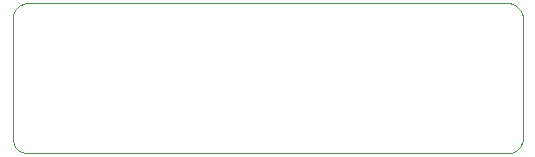
<source format=gm1>
G75*
%MOIN*%
%OFA0B0*%
%FSLAX24Y24*%
%IPPOS*%
%LPD*%
%AMOC8*
5,1,8,0,0,1.08239X$1,22.5*
%
%ADD10C,0.0000*%
D10*
X001180Y000680D02*
X017180Y000680D01*
X017224Y000682D01*
X017267Y000688D01*
X017309Y000697D01*
X017351Y000710D01*
X017391Y000727D01*
X017430Y000747D01*
X017467Y000770D01*
X017501Y000797D01*
X017534Y000826D01*
X017563Y000859D01*
X017590Y000893D01*
X017613Y000930D01*
X017633Y000969D01*
X017650Y001009D01*
X017663Y001051D01*
X017672Y001093D01*
X017678Y001136D01*
X017680Y001180D01*
X017680Y005180D01*
X017678Y005224D01*
X017672Y005267D01*
X017663Y005309D01*
X017650Y005351D01*
X017633Y005391D01*
X017613Y005430D01*
X017590Y005467D01*
X017563Y005501D01*
X017534Y005534D01*
X017501Y005563D01*
X017467Y005590D01*
X017430Y005613D01*
X017391Y005633D01*
X017351Y005650D01*
X017309Y005663D01*
X017267Y005672D01*
X017224Y005678D01*
X017180Y005680D01*
X001180Y005680D01*
X001136Y005678D01*
X001093Y005672D01*
X001051Y005663D01*
X001009Y005650D01*
X000969Y005633D01*
X000930Y005613D01*
X000893Y005590D01*
X000859Y005563D01*
X000826Y005534D01*
X000797Y005501D01*
X000770Y005467D01*
X000747Y005430D01*
X000727Y005391D01*
X000710Y005351D01*
X000697Y005309D01*
X000688Y005267D01*
X000682Y005224D01*
X000680Y005180D01*
X000680Y001180D01*
X000682Y001136D01*
X000688Y001093D01*
X000697Y001051D01*
X000710Y001009D01*
X000727Y000969D01*
X000747Y000930D01*
X000770Y000893D01*
X000797Y000859D01*
X000826Y000826D01*
X000859Y000797D01*
X000893Y000770D01*
X000930Y000747D01*
X000969Y000727D01*
X001009Y000710D01*
X001051Y000697D01*
X001093Y000688D01*
X001136Y000682D01*
X001180Y000680D01*
M02*

</source>
